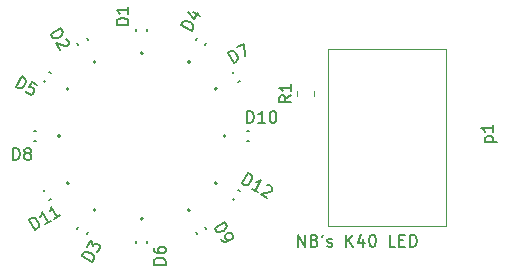
<source format=gto>
G04 #@! TF.GenerationSoftware,KiCad,Pcbnew,(5.1.8)-1*
G04 #@! TF.CreationDate,2021-07-03T09:41:28-04:00*
G04 #@! TF.ProjectId,K40-LED_PCB,4b34302d-4c45-4445-9f50-43422e6b6963,rev?*
G04 #@! TF.SameCoordinates,Original*
G04 #@! TF.FileFunction,Legend,Top*
G04 #@! TF.FilePolarity,Positive*
%FSLAX46Y46*%
G04 Gerber Fmt 4.6, Leading zero omitted, Abs format (unit mm)*
G04 Created by KiCad (PCBNEW (5.1.8)-1) date 2021-07-03 09:41:28*
%MOMM*%
%LPD*%
G01*
G04 APERTURE LIST*
%ADD10C,0.200000*%
%ADD11C,0.120000*%
%ADD12C,0.127000*%
%ADD13C,0.150000*%
%ADD14R,5.000000X5.000000*%
%ADD15C,0.100000*%
%ADD16R,0.810000X0.930000*%
%ADD17R,0.930000X0.810000*%
G04 APERTURE END LIST*
D10*
X90250000Y-82367380D02*
X90250000Y-81367380D01*
X90821428Y-82367380D01*
X90821428Y-81367380D01*
X91630952Y-81843571D02*
X91773809Y-81891190D01*
X91821428Y-81938809D01*
X91869047Y-82034047D01*
X91869047Y-82176904D01*
X91821428Y-82272142D01*
X91773809Y-82319761D01*
X91678571Y-82367380D01*
X91297619Y-82367380D01*
X91297619Y-81367380D01*
X91630952Y-81367380D01*
X91726190Y-81415000D01*
X91773809Y-81462619D01*
X91821428Y-81557857D01*
X91821428Y-81653095D01*
X91773809Y-81748333D01*
X91726190Y-81795952D01*
X91630952Y-81843571D01*
X91297619Y-81843571D01*
X92345238Y-81367380D02*
X92250000Y-81557857D01*
X92726190Y-82319761D02*
X92821428Y-82367380D01*
X93011904Y-82367380D01*
X93107142Y-82319761D01*
X93154761Y-82224523D01*
X93154761Y-82176904D01*
X93107142Y-82081666D01*
X93011904Y-82034047D01*
X92869047Y-82034047D01*
X92773809Y-81986428D01*
X92726190Y-81891190D01*
X92726190Y-81843571D01*
X92773809Y-81748333D01*
X92869047Y-81700714D01*
X93011904Y-81700714D01*
X93107142Y-81748333D01*
X94345238Y-82367380D02*
X94345238Y-81367380D01*
X94916666Y-82367380D02*
X94488095Y-81795952D01*
X94916666Y-81367380D02*
X94345238Y-81938809D01*
X95773809Y-81700714D02*
X95773809Y-82367380D01*
X95535714Y-81319761D02*
X95297619Y-82034047D01*
X95916666Y-82034047D01*
X96488095Y-81367380D02*
X96583333Y-81367380D01*
X96678571Y-81415000D01*
X96726190Y-81462619D01*
X96773809Y-81557857D01*
X96821428Y-81748333D01*
X96821428Y-81986428D01*
X96773809Y-82176904D01*
X96726190Y-82272142D01*
X96678571Y-82319761D01*
X96583333Y-82367380D01*
X96488095Y-82367380D01*
X96392857Y-82319761D01*
X96345238Y-82272142D01*
X96297619Y-82176904D01*
X96250000Y-81986428D01*
X96250000Y-81748333D01*
X96297619Y-81557857D01*
X96345238Y-81462619D01*
X96392857Y-81415000D01*
X96488095Y-81367380D01*
X98488095Y-82367380D02*
X98011904Y-82367380D01*
X98011904Y-81367380D01*
X98821428Y-81843571D02*
X99154761Y-81843571D01*
X99297619Y-82367380D02*
X98821428Y-82367380D01*
X98821428Y-81367380D01*
X99297619Y-81367380D01*
X99726190Y-82367380D02*
X99726190Y-81367380D01*
X99964285Y-81367380D01*
X100107142Y-81415000D01*
X100202380Y-81510238D01*
X100250000Y-81605476D01*
X100297619Y-81795952D01*
X100297619Y-81938809D01*
X100250000Y-82129285D01*
X100202380Y-82224523D01*
X100107142Y-82319761D01*
X99964285Y-82367380D01*
X99726190Y-82367380D01*
D11*
X91585000Y-69627064D02*
X91585000Y-69172936D01*
X90115000Y-69627064D02*
X90115000Y-69172936D01*
X92743000Y-65595000D02*
X102743000Y-65595000D01*
X92743000Y-80595000D02*
X92743000Y-65595000D01*
X102743000Y-80595000D02*
X92743000Y-80595000D01*
X102743000Y-65595000D02*
X102743000Y-80595000D01*
D10*
X83367949Y-77000000D02*
G75*
G03*
X83367949Y-77000000I-100000J0D01*
G01*
D12*
X84848612Y-78432211D02*
X84701388Y-78347211D01*
X85151388Y-77567789D02*
X85298612Y-77652789D01*
D10*
X70832051Y-77000000D02*
G75*
G03*
X70832051Y-77000000I-100000J0D01*
G01*
D12*
X68701388Y-77652789D02*
X68848612Y-77567789D01*
X69298612Y-78347211D02*
X69151388Y-78432211D01*
X85915000Y-72550000D02*
X86085000Y-72550000D01*
X86085000Y-73450000D02*
X85915000Y-73450000D01*
D10*
X84100000Y-73000000D02*
G75*
G03*
X84100000Y-73000000I-100000J0D01*
G01*
D12*
X82347211Y-80701388D02*
X82432211Y-80848612D01*
X81652789Y-81298612D02*
X81567789Y-81151388D01*
D10*
X81100000Y-79267949D02*
G75*
G03*
X81100000Y-79267949I-100000J0D01*
G01*
D12*
X68085000Y-73450000D02*
X67915000Y-73450000D01*
X67915000Y-72550000D02*
X68085000Y-72550000D01*
D10*
X70100000Y-73000000D02*
G75*
G03*
X70100000Y-73000000I-100000J0D01*
G01*
D12*
X84701388Y-67652789D02*
X84848612Y-67567789D01*
X85298612Y-68347211D02*
X85151388Y-68432211D01*
D10*
X83367949Y-69000000D02*
G75*
G03*
X83367949Y-69000000I-100000J0D01*
G01*
D12*
X77450000Y-81915000D02*
X77450000Y-82085000D01*
X76550000Y-82085000D02*
X76550000Y-81915000D01*
D10*
X77100000Y-80000000D02*
G75*
G03*
X77100000Y-80000000I-100000J0D01*
G01*
D12*
X68848612Y-68432211D02*
X68701388Y-68347211D01*
X69151388Y-67567789D02*
X69298612Y-67652789D01*
D10*
X70832051Y-69000000D02*
G75*
G03*
X70832051Y-69000000I-100000J0D01*
G01*
D12*
X81567789Y-64848612D02*
X81652789Y-64701388D01*
X82432211Y-65151388D02*
X82347211Y-65298612D01*
D10*
X81100000Y-66732051D02*
G75*
G03*
X81100000Y-66732051I-100000J0D01*
G01*
D12*
X72432211Y-81151388D02*
X72347211Y-81298612D01*
X71567789Y-80848612D02*
X71652789Y-80701388D01*
D10*
X73100000Y-79267949D02*
G75*
G03*
X73100000Y-79267949I-100000J0D01*
G01*
X73100000Y-66732051D02*
G75*
G03*
X73100000Y-66732051I-100000J0D01*
G01*
D12*
X72347211Y-64701388D02*
X72432211Y-64848612D01*
X71652789Y-65298612D02*
X71567789Y-65151388D01*
D10*
X77100000Y-66000000D02*
G75*
G03*
X77100000Y-66000000I-100000J0D01*
G01*
D12*
X77450000Y-63915000D02*
X77450000Y-64085000D01*
X76550000Y-64085000D02*
X76550000Y-63915000D01*
D13*
X89652380Y-69566666D02*
X89176190Y-69900000D01*
X89652380Y-70138095D02*
X88652380Y-70138095D01*
X88652380Y-69757142D01*
X88700000Y-69661904D01*
X88747619Y-69614285D01*
X88842857Y-69566666D01*
X88985714Y-69566666D01*
X89080952Y-69614285D01*
X89128571Y-69661904D01*
X89176190Y-69757142D01*
X89176190Y-70138095D01*
X89652380Y-68614285D02*
X89652380Y-69185714D01*
X89652380Y-68900000D02*
X88652380Y-68900000D01*
X88795238Y-68995238D01*
X88890476Y-69090476D01*
X88938095Y-69185714D01*
X106100714Y-73475976D02*
X107100714Y-73475976D01*
X106148333Y-73475976D02*
X106100714Y-73380738D01*
X106100714Y-73190261D01*
X106148333Y-73095023D01*
X106195952Y-73047404D01*
X106291190Y-72999785D01*
X106576904Y-72999785D01*
X106672142Y-73047404D01*
X106719761Y-73095023D01*
X106767380Y-73190261D01*
X106767380Y-73380738D01*
X106719761Y-73475976D01*
X106767380Y-72047404D02*
X106767380Y-72618833D01*
X106767380Y-72333119D02*
X105767380Y-72333119D01*
X105910238Y-72428357D01*
X106005476Y-72523595D01*
X106053095Y-72618833D01*
X85498963Y-76994839D02*
X86000404Y-76126318D01*
X86207195Y-76245709D01*
X86307391Y-76358701D01*
X86342351Y-76489174D01*
X86335953Y-76595768D01*
X86281799Y-76785079D01*
X86210164Y-76909154D01*
X86073294Y-77050708D01*
X85984179Y-77109546D01*
X85853707Y-77144506D01*
X85705754Y-77114230D01*
X85498963Y-76994839D01*
X86822424Y-77758940D02*
X86326126Y-77472402D01*
X86574275Y-77615671D02*
X87075716Y-76747150D01*
X86921365Y-76823468D01*
X86790893Y-76858428D01*
X86684298Y-76852030D01*
X87606974Y-77164160D02*
X87672210Y-77146680D01*
X87778805Y-77153078D01*
X87985596Y-77272469D01*
X88044434Y-77361583D01*
X88061914Y-77426820D01*
X88055516Y-77533414D01*
X88007759Y-77616130D01*
X87894767Y-77716327D01*
X87111931Y-77926087D01*
X87649587Y-78236503D01*
X67965431Y-80938285D02*
X67463990Y-80069763D01*
X67670781Y-79950373D01*
X67818733Y-79920096D01*
X67949206Y-79955056D01*
X68038320Y-80013895D01*
X68175191Y-80155449D01*
X68246825Y-80279524D01*
X68300980Y-80468834D01*
X68307378Y-80575429D01*
X68272418Y-80705901D01*
X68172222Y-80818894D01*
X67965431Y-80938285D01*
X69288892Y-80174184D02*
X68792594Y-80460722D01*
X69040743Y-80317453D02*
X68539302Y-79448932D01*
X68528220Y-79620762D01*
X68493260Y-79751235D01*
X68434422Y-79840349D01*
X70116055Y-79696621D02*
X69619757Y-79983159D01*
X69867906Y-79839890D02*
X69366465Y-78971369D01*
X69355383Y-79143200D01*
X69320423Y-79273672D01*
X69261585Y-79362787D01*
X85929534Y-71880023D02*
X85929534Y-70877141D01*
X86168316Y-70877141D01*
X86311585Y-70924898D01*
X86407097Y-71020410D01*
X86454853Y-71115923D01*
X86502610Y-71306948D01*
X86502610Y-71450217D01*
X86454853Y-71641242D01*
X86407097Y-71736754D01*
X86311585Y-71832267D01*
X86168316Y-71880023D01*
X85929534Y-71880023D01*
X87457735Y-71880023D02*
X86884660Y-71880023D01*
X87171198Y-71880023D02*
X87171198Y-70877141D01*
X87075685Y-71020410D01*
X86980173Y-71115923D01*
X86884660Y-71163679D01*
X88078567Y-70877141D02*
X88174080Y-70877141D01*
X88269592Y-70924898D01*
X88317349Y-70972654D01*
X88365105Y-71068166D01*
X88412861Y-71259192D01*
X88412861Y-71497973D01*
X88365105Y-71688998D01*
X88317349Y-71784511D01*
X88269592Y-71832267D01*
X88174080Y-71880023D01*
X88078567Y-71880023D01*
X87983055Y-71832267D01*
X87935298Y-71784511D01*
X87887542Y-71688998D01*
X87839786Y-71497973D01*
X87839786Y-71259192D01*
X87887542Y-71068166D01*
X87935298Y-70972654D01*
X87983055Y-70924898D01*
X88078567Y-70877141D01*
X83173476Y-80792568D02*
X84041997Y-80291127D01*
X84161388Y-80497918D01*
X84191664Y-80645871D01*
X84156704Y-80776343D01*
X84097866Y-80865458D01*
X83956311Y-81002329D01*
X83832237Y-81073963D01*
X83642926Y-81128117D01*
X83536332Y-81134516D01*
X83405859Y-81099556D01*
X83292867Y-80999359D01*
X83173476Y-80792568D01*
X83698795Y-81702448D02*
X83794308Y-81867881D01*
X83883422Y-81926719D01*
X83948658Y-81944199D01*
X84120489Y-81955281D01*
X84309800Y-81901126D01*
X84640665Y-81710101D01*
X84699503Y-81620987D01*
X84716983Y-81555750D01*
X84710585Y-81449156D01*
X84615073Y-81283723D01*
X84525958Y-81224885D01*
X84460722Y-81207405D01*
X84354127Y-81213803D01*
X84147337Y-81333194D01*
X84088498Y-81422308D01*
X84071018Y-81487545D01*
X84077416Y-81594139D01*
X84172929Y-81759572D01*
X84262043Y-81818410D01*
X84327280Y-81835890D01*
X84433874Y-81829492D01*
X66112457Y-75027345D02*
X66112457Y-74024463D01*
X66351239Y-74024463D01*
X66494507Y-74072220D01*
X66590020Y-74167732D01*
X66637776Y-74263245D01*
X66685533Y-74454270D01*
X66685533Y-74597539D01*
X66637776Y-74788564D01*
X66590020Y-74884076D01*
X66494507Y-74979589D01*
X66351239Y-75027345D01*
X66112457Y-75027345D01*
X67258608Y-74454270D02*
X67163095Y-74406514D01*
X67115339Y-74358757D01*
X67067583Y-74263245D01*
X67067583Y-74215488D01*
X67115339Y-74119976D01*
X67163095Y-74072220D01*
X67258608Y-74024463D01*
X67449633Y-74024463D01*
X67545146Y-74072220D01*
X67592902Y-74119976D01*
X67640658Y-74215488D01*
X67640658Y-74263245D01*
X67592902Y-74358757D01*
X67545146Y-74406514D01*
X67449633Y-74454270D01*
X67258608Y-74454270D01*
X67163095Y-74502026D01*
X67115339Y-74549782D01*
X67067583Y-74645295D01*
X67067583Y-74836320D01*
X67115339Y-74931833D01*
X67163095Y-74979589D01*
X67258608Y-75027345D01*
X67449633Y-75027345D01*
X67545146Y-74979589D01*
X67592902Y-74931833D01*
X67640658Y-74836320D01*
X67640658Y-74645295D01*
X67592902Y-74549782D01*
X67545146Y-74502026D01*
X67449633Y-74454270D01*
X84792568Y-66826523D02*
X84291127Y-65958002D01*
X84497918Y-65838611D01*
X84645871Y-65808335D01*
X84776343Y-65843295D01*
X84865458Y-65902133D01*
X85002329Y-66043688D01*
X85073963Y-66167762D01*
X85128117Y-66357073D01*
X85134516Y-66463667D01*
X85099556Y-66594140D01*
X84999359Y-66707132D01*
X84792568Y-66826523D01*
X85076932Y-65504317D02*
X85655947Y-65170023D01*
X85785164Y-66253448D01*
X79027345Y-83887542D02*
X78024463Y-83887542D01*
X78024463Y-83648761D01*
X78072220Y-83505492D01*
X78167732Y-83409979D01*
X78263245Y-83362223D01*
X78454270Y-83314467D01*
X78597539Y-83314467D01*
X78788564Y-83362223D01*
X78884076Y-83409979D01*
X78979589Y-83505492D01*
X79027345Y-83648761D01*
X79027345Y-83887542D01*
X78024463Y-82454853D02*
X78024463Y-82645879D01*
X78072220Y-82741391D01*
X78119976Y-82789147D01*
X78263245Y-82884660D01*
X78454270Y-82932416D01*
X78836320Y-82932416D01*
X78931833Y-82884660D01*
X78979589Y-82836904D01*
X79027345Y-82741391D01*
X79027345Y-82550366D01*
X78979589Y-82454853D01*
X78931833Y-82407097D01*
X78836320Y-82359341D01*
X78597539Y-82359341D01*
X78502026Y-82407097D01*
X78454270Y-82454853D01*
X78406514Y-82550366D01*
X78406514Y-82741391D01*
X78454270Y-82836904D01*
X78502026Y-82884660D01*
X78597539Y-82932416D01*
X66351667Y-68811961D02*
X66853108Y-67943439D01*
X67059898Y-68062830D01*
X67160095Y-68175823D01*
X67195055Y-68306295D01*
X67188657Y-68412890D01*
X67134502Y-68602201D01*
X67062868Y-68726275D01*
X66925997Y-68867830D01*
X66836883Y-68926668D01*
X66706410Y-68961628D01*
X66558457Y-68931351D01*
X66351667Y-68811961D01*
X68135211Y-68683662D02*
X67721629Y-68444880D01*
X67441489Y-68834584D01*
X67506726Y-68817104D01*
X67613320Y-68823502D01*
X67820111Y-68942893D01*
X67878949Y-69032007D01*
X67896429Y-69097243D01*
X67890031Y-69203838D01*
X67770640Y-69410629D01*
X67681526Y-69469467D01*
X67616290Y-69486947D01*
X67509695Y-69480549D01*
X67302904Y-69361158D01*
X67244066Y-69272044D01*
X67226586Y-69206807D01*
X81233621Y-64087454D02*
X80365099Y-63586013D01*
X80484490Y-63379223D01*
X80597483Y-63279026D01*
X80727955Y-63244066D01*
X80834550Y-63250464D01*
X81023861Y-63304619D01*
X81147935Y-63376253D01*
X81289490Y-63513124D01*
X81348328Y-63602238D01*
X81383288Y-63732711D01*
X81353011Y-63880664D01*
X81233621Y-64087454D01*
X81370951Y-62512416D02*
X81949965Y-62846710D01*
X80920695Y-62528181D02*
X81421677Y-63093144D01*
X81732092Y-62555488D01*
X72811961Y-83648332D02*
X71943439Y-83146891D01*
X72062830Y-82940101D01*
X72175823Y-82839904D01*
X72306295Y-82804944D01*
X72412890Y-82811342D01*
X72602201Y-82865497D01*
X72726275Y-82937131D01*
X72867830Y-83074002D01*
X72926668Y-83163116D01*
X72961628Y-83293589D01*
X72931351Y-83441542D01*
X72811961Y-83648332D01*
X72397124Y-82361086D02*
X72707540Y-81823430D01*
X72871258Y-82303963D01*
X72942893Y-82179888D01*
X73032007Y-82121050D01*
X73097243Y-82103570D01*
X73203838Y-82109968D01*
X73410629Y-82229359D01*
X73469467Y-82318473D01*
X73486947Y-82383709D01*
X73480549Y-82490304D01*
X73337280Y-82738453D01*
X73248165Y-82797291D01*
X73182929Y-82814771D01*
X69300496Y-64379012D02*
X70169017Y-63877571D01*
X70288408Y-64084362D01*
X70318684Y-64232315D01*
X70283724Y-64362787D01*
X70224886Y-64451902D01*
X70083331Y-64588773D01*
X69959257Y-64660407D01*
X69769946Y-64714561D01*
X69663352Y-64720960D01*
X69532879Y-64686000D01*
X69419887Y-64585803D01*
X69300496Y-64379012D01*
X70563864Y-64752491D02*
X70629100Y-64769971D01*
X70718214Y-64828809D01*
X70837605Y-65035600D01*
X70844003Y-65142194D01*
X70826523Y-65207431D01*
X70767685Y-65296545D01*
X70684969Y-65344301D01*
X70537016Y-65374578D01*
X69754181Y-65164817D01*
X70064596Y-65702473D01*
X75880023Y-63592902D02*
X74877141Y-63592902D01*
X74877141Y-63354121D01*
X74924898Y-63210852D01*
X75020410Y-63115339D01*
X75115923Y-63067583D01*
X75306948Y-63019827D01*
X75450217Y-63019827D01*
X75641242Y-63067583D01*
X75736754Y-63115339D01*
X75832267Y-63210852D01*
X75880023Y-63354121D01*
X75880023Y-63592902D01*
X75880023Y-62064701D02*
X75880023Y-62637776D01*
X75880023Y-62351239D02*
X74877141Y-62351239D01*
X75020410Y-62446751D01*
X75115923Y-62542264D01*
X75163679Y-62637776D01*
%LPC*%
G36*
G01*
X91300001Y-69000000D02*
X90399999Y-69000000D01*
G75*
G02*
X90150000Y-68750001I0J249999D01*
G01*
X90150000Y-68224999D01*
G75*
G02*
X90399999Y-67975000I249999J0D01*
G01*
X91300001Y-67975000D01*
G75*
G02*
X91550000Y-68224999I0J-249999D01*
G01*
X91550000Y-68750001D01*
G75*
G02*
X91300001Y-69000000I-249999J0D01*
G01*
G37*
G36*
G01*
X91300001Y-70825000D02*
X90399999Y-70825000D01*
G75*
G02*
X90150000Y-70575001I0J249999D01*
G01*
X90150000Y-70049999D01*
G75*
G02*
X90399999Y-69800000I249999J0D01*
G01*
X91300001Y-69800000D01*
G75*
G02*
X91550000Y-70049999I0J-249999D01*
G01*
X91550000Y-70575001D01*
G75*
G02*
X91300001Y-70825000I-249999J0D01*
G01*
G37*
D14*
X97743000Y-76595000D03*
X97743000Y-69595000D03*
D15*
G36*
X85118241Y-78605202D02*
G01*
X85583241Y-77799798D01*
X86284721Y-78204798D01*
X85819721Y-79010202D01*
X85118241Y-78605202D01*
G37*
G36*
X83715279Y-77795202D02*
G01*
X84180279Y-76989798D01*
X84881759Y-77394798D01*
X84416759Y-78200202D01*
X83715279Y-77795202D01*
G37*
G36*
X68416759Y-77799798D02*
G01*
X68881759Y-78605202D01*
X68180279Y-79010202D01*
X67715279Y-78204798D01*
X68416759Y-77799798D01*
G37*
G36*
X69819721Y-76989798D02*
G01*
X70284721Y-77795202D01*
X69583241Y-78200202D01*
X69118241Y-77394798D01*
X69819721Y-76989798D01*
G37*
D16*
X85190000Y-73000000D03*
X86810000Y-73000000D03*
D15*
G36*
X80989798Y-80180279D02*
G01*
X81795202Y-79715279D01*
X82200202Y-80416759D01*
X81394798Y-80881759D01*
X80989798Y-80180279D01*
G37*
G36*
X81799798Y-81583241D02*
G01*
X82605202Y-81118241D01*
X83010202Y-81819721D01*
X82204798Y-82284721D01*
X81799798Y-81583241D01*
G37*
D16*
X68810000Y-73000000D03*
X67190000Y-73000000D03*
D15*
G36*
X84180279Y-69010202D02*
G01*
X83715279Y-68204798D01*
X84416759Y-67799798D01*
X84881759Y-68605202D01*
X84180279Y-69010202D01*
G37*
G36*
X85583241Y-68200202D02*
G01*
X85118241Y-67394798D01*
X85819721Y-66989798D01*
X86284721Y-67795202D01*
X85583241Y-68200202D01*
G37*
D17*
X77000000Y-81190000D03*
X77000000Y-82810000D03*
D15*
G36*
X70284721Y-68204798D02*
G01*
X69819721Y-69010202D01*
X69118241Y-68605202D01*
X69583241Y-67799798D01*
X70284721Y-68204798D01*
G37*
G36*
X68881759Y-67394798D02*
G01*
X68416759Y-68200202D01*
X67715279Y-67795202D01*
X68180279Y-66989798D01*
X68881759Y-67394798D01*
G37*
G36*
X81795202Y-66284721D02*
G01*
X80989798Y-65819721D01*
X81394798Y-65118241D01*
X82200202Y-65583241D01*
X81795202Y-66284721D01*
G37*
G36*
X82605202Y-64881759D02*
G01*
X81799798Y-64416759D01*
X82204798Y-63715279D01*
X83010202Y-64180279D01*
X82605202Y-64881759D01*
G37*
G36*
X72204798Y-79715279D02*
G01*
X73010202Y-80180279D01*
X72605202Y-80881759D01*
X71799798Y-80416759D01*
X72204798Y-79715279D01*
G37*
G36*
X71394798Y-81118241D02*
G01*
X72200202Y-81583241D01*
X71795202Y-82284721D01*
X70989798Y-81819721D01*
X71394798Y-81118241D01*
G37*
G36*
X72200202Y-64416759D02*
G01*
X71394798Y-64881759D01*
X70989798Y-64180279D01*
X71795202Y-63715279D01*
X72200202Y-64416759D01*
G37*
G36*
X73010202Y-65819721D02*
G01*
X72204798Y-66284721D01*
X71799798Y-65583241D01*
X72605202Y-65118241D01*
X73010202Y-65819721D01*
G37*
D17*
X77000000Y-63190000D03*
X77000000Y-64810000D03*
M02*

</source>
